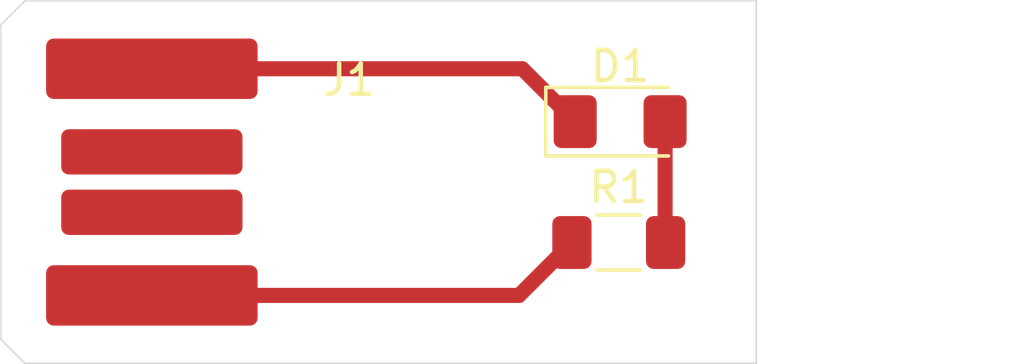
<source format=kicad_pcb>
(kicad_pcb (version 20241229) (generator "pcbnew") (generator_version "9.0")
  (layers (0 "F.Cu" signal) (2 "B.Cu" signal) (13 "F.Paste" user) (15 "B.Paste" user) (5 "F.SilkS" user "F.Silkscreen") (7 "B.SilkS" user "B.Silkscreen") (1 "F.Mask" user) (3 "B.Mask" user) (25 "Edge.Cuts" user))
  (net 0 "")
  (net 1 "Net-(D1-K)")
  (net 2 "Net-(D1-A)")
  (net 3 "Net-(J1-VBUS)")
  (footprint "LED_SMD:LED_1206_3216Metric_Pad1.42x1.75mm_HandSolder" (layer "F.Cu") (at 126.495 87)
    (property "Reference" "D1" (at 0 -1.83 0) (layer "F.SilkS"))
    (property "Value" "LED")
    (fp_line (start -2.46 -1.135) (end -2.46 1.135) (stroke (width 0.12)) (layer "F.SilkS"))
    (fp_line (start -2.46 1.135) (end 1.6 1.135) (stroke (width 0.12)) (layer "F.SilkS"))
    (fp_line (start 1.6 -1.135) (end -2.46 -1.135) (stroke (width 0.12)) (layer "F.SilkS"))
    (pad "1" smd roundrect (at -1.4875 0) (size 1.425 1.75) (layers "F.Cu" "F.Mask" "F.Paste") (roundrect_rratio 0.175439) (net 1 "Net-(D1-K)"))
    (pad "2" smd roundrect (at 1.4875 0) (size 1.425 1.75) (layers "F.Cu" "F.Mask" "F.Paste") (roundrect_rratio 0.175439) (net 2 "Net-(D1-A)"))
  )
  (footprint "Resistor_SMD:R_1206_3216Metric_Pad1.30x1.75mm_HandSolder" (layer "F.Cu") (at 126.45 91)
    (property "Reference" "R1" (at 0 -1.83 0) (layer "F.SilkS"))
    (property "Value" "85")
    (fp_line (start -0.727064 -0.91) (end 0.727064 -0.91) (stroke (width 0.12)) (layer "F.SilkS"))
    (fp_line (start -0.727064 0.91) (end 0.727064 0.91) (stroke (width 0.12)) (layer "F.SilkS"))
    (pad "1" smd roundrect (at -1.55 0) (size 1.3 1.75) (layers "F.Cu" "F.Mask" "F.Paste") (roundrect_rratio 0.192308) (net 3 "Net-(J1-VBUS)"))
    (pad "2" smd roundrect (at 1.55 0) (size 1.3 1.75) (layers "F.Cu" "F.Mask" "F.Paste") (roundrect_rratio 0.192308) (net 2 "Net-(D1-A)"))
  )
  (footprint "Connector_USB_PCB_Edge:USB_A_PCB_Edge_receptacle" (layer "F.Cu") (at 111 89)
    (property "Reference" "J1" (at 6.53 -3.38 0) (layer "F.SilkS"))
    (property "Value" "USB_A_PCB_Edge_receptacle")
    (fp_line (start -5 -5.2) (end -5 5.2) (stroke (width 0.05)) (layer "Edge.Cuts"))
    (fp_line (start -5 -5.2) (end -4.2 -6) (stroke (width 0.05)) (layer "Edge.Cuts"))
    (fp_line (start -5 5.2) (end -4.2 6) (stroke (width 0.05)) (layer "Edge.Cuts"))
    (fp_line (start 9 -6) (end -4.2 -6) (stroke (width 0.05)) (layer "Edge.Cuts"))
    (fp_line (start 9 6) (end -4.2 6) (stroke (width 0.05)) (layer "Edge.Cuts"))
    (pad "1" smd roundrect (at 0 3.75) (size 7 2) (layers "F.Cu" "F.Mask") (roundrect_rratio 0.125) (net 3 "Net-(J1-VBUS)"))
    (pad "2" smd roundrect (at 0 1) (size 6 1.5) (layers "F.Cu" "F.Mask") (roundrect_rratio 0.1666666667))
    (pad "3" smd roundrect (at 0 -1) (size 6 1.5) (layers "F.Cu" "F.Mask") (roundrect_rratio 0.1666666667))
    (pad "4" smd roundrect (at 0 -3.75) (size 7 2) (layers "F.Cu" "F.Mask") (roundrect_rratio 0.125) (net 1 "Net-(D1-K)"))
  )
  (gr_line (start 131 95) (end 120 95) (stroke (width 0.05)) (layer "Edge.Cuts"))
  (gr_line (start 131 95) (end 131 83) (stroke (width 0.05)) (layer "Edge.Cuts"))
  (gr_line (start 131 83) (end 120 83) (stroke (width 0.05)) (layer "Edge.Cuts"))
  (segment (start 125.0075 87) (end 123.2575 85.25) (width 0.5) (layer "F.Cu") (net 1))
  (segment (start 123.2575 85.25) (end 111 85.25) (width 0.5) (layer "F.Cu") (net 1))
  (segment (start 127.9825 87) (end 127.9825 90.9825) (width 0.5) (layer "F.Cu") (net 2))
  (segment (start 127.9825 90.9825) (end 128 91) (width 0.5) (layer "F.Cu") (net 2))
  (segment (start 123.15 92.75) (end 111 92.75) (width 0.5) (layer "F.Cu") (net 3))
  (segment (start 124.9 91) (end 123.15 92.75) (width 0.5) (layer "F.Cu") (net 3))
)
</source>
